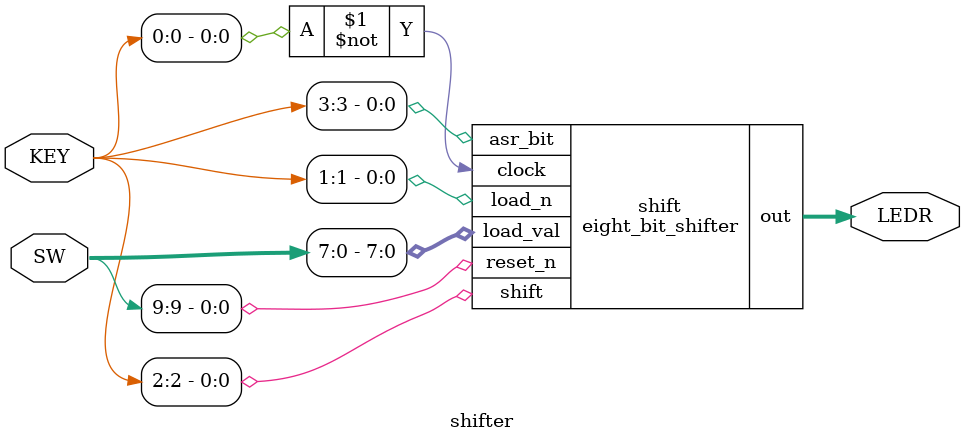
<source format=v>
module flipflop(input reset_n, input clock, input d, output reg q);
    always @(posedge clock)
    begin
        if (reset_n == 1'b0)
            q <= 0;
        else
            q <= d;
    end
endmodule

module mux2to1(x, y, s, m);
    input x; //selected when s is 0
    input y; //selected when s is 1
    input s; //select signal
    output m; //output
  
    assign m = s & y | ~s & x;
endmodule


module bit_shifter(input clock, input in, input shift, input load_val, input load_n, input reset_n, output out);

	 wire data_to_dff, data_from_other_mux;

    mux2to1 m0(
	     .x(out),
        .y(in),
        .s(shift),
        .m(data_from_other_mux)
    );

    mux2to1 m1(
        .x(load_val),
        .y(data_from_other_mux),
        .s(load_n),
        .m(data_to_dff)
    );

    flipflop f0(
        .d(data_to_dff),
        .reset_n(reset_n),
        .clock(clock),
        .q(out)
    );

endmodule

module asrcircuit(asr, first, m);
	input asr, first;
	output reg m;
	always @(*)
	begin
		if (asr == 1'b1)
			m <= first;
		else
			m <= 1'b0;
	end
endmodule

module eight_bit_shifter(input clock, input shift, input asr_bit, input [7:0] load_val, input load_n, input reset_n, output [7:0] out);
     wire asr_out;
    // asr asr0(asr_bit, asr_out);

		 asrcircuit asr7(
			.asr(asr_bit),
			.first(load_val[7]),
			.m(asr_out)
		 );
	 
	 
//	 	ShifterBit SB7(.load_val(LoadVal[7]), .in(w0), .shift(ShiftRight), .load_n(Load_n), .clock(clk), .reset_n(reset_n), .out(Q[7]));
//
//		
//	 
//	 ShifterBit SB7(LoadVal[7], w0, ShiftRight, Load_n, clk, reset_n, Q[7]);
//		ShifterBit SB6(LoadVal[6], Q[7], ShiftRight, Load_n, clk, reset_n, Q[6]);
//		ShifterBit SB5(LoadVal[5], Q[6], ShiftRight, Load_n, clk, reset_n, Q[5]);
//		ShifterBit SB4(LoadVal[4], Q[5], ShiftRight, Load_n, clk, reset_n, Q[4]);
//		ShifterBit SB3(LoadVal[3], Q[4], ShiftRight, Load_n, clk, reset_n, Q[3]);
//		ShifterBit SB2(LoadVal[2], Q[3], ShiftRight, Load_n, clk, reset_n, Q[2]);
//		ShifterBit SB1(LoadVal[1], Q[2], ShiftRight, Load_n, clk, reset_n, Q[1]);
//		ShifterBit SB0(LoadVal[0], Q[1], ShiftRight, Load_n, clk, reset_n, Q[0]);
	 
    bit_shifter b7(
	     .load_val(load_val[7]),
        .in(asr_out),
		  .shift(shift),
		  .load_n(load_n),
        .clock(clock),
		   .reset_n(reset_n),
        .out(out[7]),
    );
	 
	  bit_shifter b6(
	     .load_val(load_val[6]),
        .in(out[7]),
		  .shift(shift),
		  .load_n(load_n),
        .clock(clock),
		   .reset_n(reset_n),
        .out(out[6]),
    );
    
	  bit_shifter b5(
	     .load_val(load_val[5]),
        .in(out[6]),
		  .shift(shift),
		  .load_n(load_n),
        .clock(clock),
		   .reset_n(reset_n),
        .out(out[5]),
    );
	 
	  bit_shifter b4(
	     .load_val(load_val[4]),
        .in(out[5]),
		  .shift(shift),
		  .load_n(load_n),
        .clock(clock),
		   .reset_n(reset_n),
        .out(out[4]),
    );
	 
	  bit_shifter b3(
	     .load_val(load_val[3]),
        .in(out[4]),
		  .shift(shift),
		  .load_n(load_n),
        .clock(clock),
		   .reset_n(reset_n),
        .out(out[3]),
    );
    
	 
	  bit_shifter b2(
	     .load_val(load_val[2]),
        .in(out[3]),
		  .shift(shift),
		  .load_n(load_n),
        .clock(clock),
		   .reset_n(reset_n),
        .out(out[2]),
    );
    
	 
	  bit_shifter b1(
	     .load_val(load_val[1]),
        .in(out[2]),
		  .shift(shift),
		  .load_n(load_n),
        .clock(clock),
		   .reset_n(reset_n),
        .out(out[1]),
    );
    
    
	  bit_shifter b0(
	     .load_val(load_val[0]),
        .in(out[1]),
		  .shift(shift),
		  .load_n(load_n),
        .clock(clock),
		   .reset_n(reset_n),
        .out(out[0]),
    );
    
    
    
endmodule



module shifter(SW, KEY, LEDR);

    input [9:0] SW;
    input [3:0] KEY;
    output [7:0] LEDR;
	
	
    eight_bit_shifter shift(
        .load_val(SW[7:0]),
        .reset_n(SW[9]),
        .clock(~KEY[0]),
        .load_n(KEY[1]),
        .shift(KEY[2]),
        .asr_bit(KEY[3]),
        .out(LEDR)
    );
endmodule
</source>
